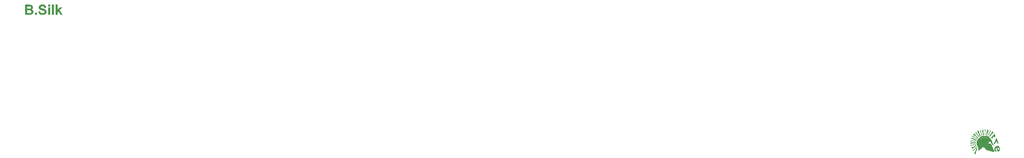
<source format=gbr>
%TF.GenerationSoftware,KiCad,Pcbnew,8.0.2-1*%
%TF.CreationDate,2024-10-12T13:21:55-07:00*%
%TF.ProjectId,TEE-CAN-SL,5445452d-4341-44e2-9d53-4c2e6b696361,R4*%
%TF.SameCoordinates,Original*%
%TF.FileFunction,Legend,Bot*%
%TF.FilePolarity,Positive*%
%FSLAX46Y46*%
G04 Gerber Fmt 4.6, Leading zero omitted, Abs format (unit mm)*
G04 Created by KiCad (PCBNEW 8.0.2-1) date 2024-10-12 13:21:55*
%MOMM*%
%LPD*%
G01*
G04 APERTURE LIST*
%ADD10C,0.300000*%
%ADD11C,0.000000*%
G04 APERTURE END LIST*
D10*
G36*
X15402408Y-113465743D02*
G01*
X15502513Y-113469326D01*
X15605922Y-113477468D01*
X15663947Y-113485590D01*
X15763760Y-113512039D01*
X15853883Y-113555778D01*
X15877853Y-113571450D01*
X15954284Y-113636698D01*
X16018555Y-113718666D01*
X16034684Y-113745156D01*
X16075494Y-113837486D01*
X16095499Y-113938663D01*
X16097715Y-113988343D01*
X16086827Y-114094428D01*
X16054164Y-114193812D01*
X16020292Y-114256346D01*
X15954478Y-114339329D01*
X15873169Y-114405144D01*
X15810356Y-114439481D01*
X15908733Y-114476275D01*
X16001925Y-114531431D01*
X16078154Y-114601611D01*
X16097715Y-114625595D01*
X16150844Y-114712302D01*
X16184296Y-114808024D01*
X16198070Y-114912761D01*
X16198464Y-114934790D01*
X16189321Y-115038711D01*
X16161893Y-115140538D01*
X16133448Y-115207260D01*
X16078057Y-115298804D01*
X16009404Y-115375413D01*
X15956269Y-115418188D01*
X15864748Y-115468857D01*
X15767856Y-115500344D01*
X15679333Y-115515463D01*
X15573878Y-115522031D01*
X15470863Y-115525234D01*
X15360335Y-115527374D01*
X15252554Y-115528731D01*
X15181046Y-115529360D01*
X14484239Y-115529360D01*
X14484239Y-115179963D01*
X14897162Y-115179963D01*
X15279810Y-115179963D01*
X15381273Y-115179188D01*
X15487457Y-115175589D01*
X15563198Y-115167556D01*
X15660571Y-115131310D01*
X15713081Y-115087155D01*
X15761565Y-114995731D01*
X15771148Y-114915435D01*
X15755402Y-114817380D01*
X15726481Y-114761581D01*
X15650757Y-114693164D01*
X15597443Y-114669269D01*
X15496210Y-114650310D01*
X15387835Y-114642847D01*
X15281885Y-114640245D01*
X15230676Y-114639987D01*
X14897162Y-114639987D01*
X14897162Y-115179963D01*
X14484239Y-115179963D01*
X14484239Y-114290591D01*
X14897162Y-114290591D01*
X15168142Y-114290591D01*
X15277328Y-114290157D01*
X15381707Y-114288393D01*
X15467908Y-114283643D01*
X15567868Y-114256346D01*
X15634666Y-114209694D01*
X15685636Y-114123556D01*
X15695711Y-114048892D01*
X15677164Y-113947919D01*
X15643103Y-113893550D01*
X15557995Y-113837328D01*
X15487760Y-113821090D01*
X15379466Y-113816103D01*
X15265914Y-113814576D01*
X15152408Y-113814148D01*
X15134394Y-113814142D01*
X14897162Y-113814142D01*
X14897162Y-114290591D01*
X14484239Y-114290591D01*
X14484239Y-113464745D01*
X15302144Y-113464745D01*
X15402408Y-113465743D01*
G37*
G36*
X16532475Y-115529360D02*
G01*
X16532475Y-115148200D01*
X16925049Y-115148200D01*
X16925049Y-115529360D01*
X16532475Y-115529360D01*
G37*
G36*
X17220845Y-114862330D02*
G01*
X17622849Y-114830567D01*
X17649117Y-114932874D01*
X17692117Y-115027210D01*
X17756211Y-115107468D01*
X17769754Y-115119414D01*
X17855333Y-115171971D01*
X17959210Y-115202712D01*
X18069521Y-115211727D01*
X18173974Y-115205170D01*
X18271799Y-115182507D01*
X18363855Y-115133943D01*
X18370279Y-115128844D01*
X18439490Y-115050568D01*
X18470635Y-114954894D01*
X18471525Y-114934294D01*
X18445474Y-114835652D01*
X18428843Y-114812700D01*
X18345678Y-114752466D01*
X18280449Y-114725351D01*
X18181179Y-114694980D01*
X18079940Y-114667229D01*
X17980952Y-114641193D01*
X17949416Y-114633039D01*
X17850492Y-114605621D01*
X17744547Y-114570353D01*
X17652526Y-114532502D01*
X17562766Y-114485079D01*
X17483388Y-114426578D01*
X17409903Y-114348298D01*
X17354466Y-114262847D01*
X17317079Y-114170223D01*
X17297741Y-114070427D01*
X17294794Y-114010181D01*
X17305233Y-113904081D01*
X17336549Y-113802791D01*
X17383136Y-113714881D01*
X17446269Y-113635095D01*
X17524620Y-113568201D01*
X17618191Y-113514199D01*
X17638731Y-113504946D01*
X17738229Y-113470159D01*
X17835767Y-113448794D01*
X17941867Y-113436426D01*
X18041728Y-113432982D01*
X18157428Y-113437211D01*
X18263823Y-113449897D01*
X18360912Y-113471041D01*
X18465135Y-113507577D01*
X18555958Y-113556292D01*
X18621408Y-113606191D01*
X18697882Y-113687504D01*
X18756640Y-113779883D01*
X18797682Y-113883330D01*
X18818759Y-113980806D01*
X18826380Y-114068248D01*
X18412961Y-114068248D01*
X18384649Y-113966049D01*
X18329918Y-113877337D01*
X18299308Y-113849379D01*
X18206159Y-113803578D01*
X18099702Y-113784734D01*
X18037261Y-113782378D01*
X17932534Y-113789455D01*
X17834799Y-113813584D01*
X17755362Y-113854838D01*
X17695032Y-113938310D01*
X17689850Y-113979906D01*
X17724467Y-114074917D01*
X17751391Y-114101500D01*
X17841307Y-114151216D01*
X17936225Y-114185833D01*
X18042229Y-114217089D01*
X18131062Y-114239968D01*
X18238688Y-114267618D01*
X18335251Y-114295477D01*
X18433927Y-114328243D01*
X18528263Y-114366040D01*
X18577237Y-114389851D01*
X18661346Y-114443097D01*
X18739648Y-114514319D01*
X18803054Y-114598794D01*
X18849677Y-114697227D01*
X18875267Y-114799434D01*
X18884624Y-114901780D01*
X18884944Y-114925857D01*
X18875396Y-115034103D01*
X18846752Y-115137987D01*
X18799012Y-115237509D01*
X18787172Y-115256890D01*
X18725777Y-115337430D01*
X18651583Y-115405408D01*
X18564591Y-115460823D01*
X18510733Y-115486181D01*
X18415908Y-115518968D01*
X18310103Y-115542387D01*
X18208515Y-115555195D01*
X18098521Y-115560830D01*
X18065550Y-115561123D01*
X17948665Y-115556773D01*
X17840576Y-115543723D01*
X17741284Y-115521974D01*
X17633746Y-115484390D01*
X17538875Y-115434279D01*
X17469492Y-115382951D01*
X17397391Y-115310209D01*
X17337049Y-115225987D01*
X17288468Y-115130285D01*
X17251647Y-115023101D01*
X17229946Y-114925011D01*
X17220845Y-114862330D01*
G37*
G36*
X19218458Y-113814142D02*
G01*
X19218458Y-113464745D01*
X19611033Y-113464745D01*
X19611033Y-113814142D01*
X19218458Y-113814142D01*
G37*
G36*
X19218458Y-115529360D02*
G01*
X19218458Y-114036485D01*
X19611033Y-114036485D01*
X19611033Y-115529360D01*
X19218458Y-115529360D01*
G37*
G36*
X20008570Y-115529360D02*
G01*
X20008570Y-113464745D01*
X20401145Y-113464745D01*
X20401145Y-115529360D01*
X20008570Y-115529360D01*
G37*
G36*
X20784786Y-115529360D02*
G01*
X20784786Y-113464745D01*
X21177360Y-113464745D01*
X21177360Y-114562068D01*
X21636439Y-114036485D01*
X22119340Y-114036485D01*
X21612617Y-114582416D01*
X22155570Y-115529360D01*
X21732722Y-115529360D01*
X21359999Y-114855878D01*
X21177360Y-115051421D01*
X21177360Y-115529360D01*
X20784786Y-115529360D01*
G37*
D11*
%TO.C,G\u002A\u002A\u002A*%
G36*
X213844958Y-140193833D02*
G01*
X213859246Y-140211585D01*
X213880615Y-140240890D01*
X213906007Y-140277633D01*
X213962634Y-140361533D01*
X213945320Y-140469975D01*
X213942012Y-140491468D01*
X213935865Y-140542978D01*
X213934271Y-140588810D01*
X213937205Y-140637847D01*
X213944640Y-140698974D01*
X213961274Y-140819530D01*
X213891761Y-140884662D01*
X213859365Y-140914459D01*
X213830814Y-140937207D01*
X213810457Y-140945456D01*
X213796150Y-140937849D01*
X213785745Y-140913026D01*
X213777099Y-140869628D01*
X213768065Y-140806295D01*
X213760511Y-140754677D01*
X213752386Y-140709463D01*
X213745247Y-140680972D01*
X213739583Y-140671521D01*
X213730551Y-140677649D01*
X213711253Y-140696420D01*
X213687347Y-140723117D01*
X213676065Y-140735586D01*
X213647494Y-140764932D01*
X213607704Y-140804308D01*
X213559471Y-140851010D01*
X213505564Y-140902336D01*
X213448760Y-140955584D01*
X213405439Y-140995711D01*
X213355090Y-141041928D01*
X213311532Y-141081443D01*
X213276981Y-141112266D01*
X213253648Y-141132407D01*
X213243748Y-141139875D01*
X213234852Y-141132529D01*
X213216478Y-141110813D01*
X213191395Y-141078107D01*
X213162308Y-141037804D01*
X213089455Y-140934090D01*
X213114793Y-140907369D01*
X213126933Y-140894795D01*
X213154796Y-140866372D01*
X213193994Y-140826646D01*
X213242336Y-140777818D01*
X213297630Y-140722093D01*
X213357684Y-140661673D01*
X213420309Y-140598760D01*
X213483313Y-140535557D01*
X213544503Y-140474265D01*
X213601689Y-140417088D01*
X213652681Y-140366229D01*
X213695286Y-140323888D01*
X213736896Y-140283168D01*
X213776689Y-140245313D01*
X213809048Y-140215695D01*
X213831422Y-140196645D01*
X213841258Y-140190499D01*
X213844958Y-140193833D01*
G37*
G36*
X210019121Y-139822083D02*
G01*
X210053874Y-139836426D01*
X210087505Y-139858932D01*
X210104347Y-139875538D01*
X210119272Y-139902126D01*
X210128950Y-139941303D01*
X210131815Y-139955847D01*
X210136221Y-139972148D01*
X210142861Y-139989677D01*
X210152795Y-140010031D01*
X210167086Y-140034802D01*
X210186796Y-140065585D01*
X210212984Y-140103973D01*
X210246714Y-140151558D01*
X210289048Y-140209938D01*
X210341045Y-140280703D01*
X210403768Y-140365449D01*
X210478278Y-140465769D01*
X210712846Y-140781315D01*
X210690802Y-140812797D01*
X210686147Y-140819393D01*
X210675354Y-140833234D01*
X210664761Y-140842242D01*
X210653067Y-140845183D01*
X210638973Y-140840818D01*
X210621178Y-140827909D01*
X210598382Y-140805221D01*
X210569284Y-140771516D01*
X210532585Y-140725558D01*
X210486982Y-140666109D01*
X210431177Y-140591932D01*
X210363870Y-140501790D01*
X210297272Y-140412479D01*
X210235536Y-140329741D01*
X210184443Y-140261453D01*
X210142827Y-140206195D01*
X210109530Y-140162550D01*
X210083389Y-140129101D01*
X210063245Y-140104429D01*
X210047937Y-140087119D01*
X210036305Y-140075749D01*
X210027187Y-140068904D01*
X210019424Y-140065165D01*
X210011853Y-140063116D01*
X210003318Y-140061337D01*
X209968232Y-140049282D01*
X209934511Y-140022688D01*
X209907916Y-139979245D01*
X209904183Y-139970722D01*
X209894185Y-139933455D01*
X209897520Y-139908223D01*
X209911759Y-139897304D01*
X209934464Y-139902971D01*
X209963208Y-139927503D01*
X209969940Y-139934620D01*
X209991140Y-139952157D01*
X210006411Y-139957990D01*
X210016176Y-139954124D01*
X210023538Y-139938108D01*
X210016106Y-139914734D01*
X209994659Y-139888596D01*
X209983338Y-139877880D01*
X209964893Y-139856427D01*
X209961076Y-139840478D01*
X209969899Y-139824918D01*
X209970034Y-139824762D01*
X209989191Y-139817621D01*
X210019121Y-139822083D01*
G37*
G36*
X212418693Y-139279399D02*
G01*
X212429652Y-139288897D01*
X212434576Y-139298434D01*
X212434696Y-139316069D01*
X212426557Y-139343486D01*
X212409195Y-139385228D01*
X212393244Y-139422984D01*
X212381634Y-139458801D01*
X212380284Y-139483894D01*
X212389161Y-139502832D01*
X212408233Y-139520173D01*
X212425487Y-139531243D01*
X212450228Y-139537418D01*
X212473199Y-139527630D01*
X212497073Y-139500362D01*
X212524523Y-139454099D01*
X212531130Y-139441925D01*
X212550635Y-139407996D01*
X212566092Y-139383997D01*
X212574624Y-139374498D01*
X212579574Y-139374129D01*
X212598866Y-139384390D01*
X212613066Y-139411673D01*
X212621420Y-139452702D01*
X212623187Y-139504198D01*
X212617616Y-139562887D01*
X212606334Y-139635644D01*
X212532994Y-139689380D01*
X212459654Y-139743117D01*
X212434032Y-139842921D01*
X212426418Y-139873141D01*
X212414386Y-139923299D01*
X212401494Y-139980164D01*
X212387125Y-140046609D01*
X212370663Y-140125510D01*
X212351490Y-140219740D01*
X212328988Y-140332172D01*
X212321805Y-140367360D01*
X212309011Y-140423679D01*
X212297739Y-140462848D01*
X212287128Y-140487614D01*
X212276322Y-140500721D01*
X212263661Y-140507804D01*
X212225443Y-140515105D01*
X212182602Y-140509341D01*
X212143385Y-140491109D01*
X212111560Y-140468825D01*
X212143729Y-140324259D01*
X212145031Y-140318386D01*
X212157619Y-140260110D01*
X212172868Y-140187465D01*
X212189551Y-140106405D01*
X212206441Y-140022890D01*
X212222309Y-139942877D01*
X212268720Y-139706062D01*
X212247029Y-139578398D01*
X212240160Y-139537319D01*
X212233936Y-139495204D01*
X212231550Y-139465961D01*
X212233021Y-139444812D01*
X212238364Y-139426974D01*
X212247594Y-139407669D01*
X212258212Y-139390820D01*
X212287049Y-139357417D01*
X212320722Y-139328443D01*
X212350995Y-139307346D01*
X212382984Y-139287309D01*
X212404344Y-139278432D01*
X212418693Y-139279399D01*
G37*
G36*
X210084388Y-142824099D02*
G01*
X210110425Y-142837203D01*
X210133667Y-142855849D01*
X210145269Y-142874097D01*
X210145248Y-142874616D01*
X210137990Y-142887478D01*
X210119843Y-142912984D01*
X210093342Y-142947699D01*
X210061023Y-142988190D01*
X210018546Y-143040586D01*
X209962882Y-143109632D01*
X209896678Y-143192049D01*
X209821339Y-143286088D01*
X209738270Y-143389994D01*
X209648878Y-143502018D01*
X209641331Y-143511710D01*
X209616601Y-143547091D01*
X209599131Y-143577767D01*
X209592310Y-143597988D01*
X209591722Y-143618556D01*
X209590736Y-143651625D01*
X209590601Y-143653689D01*
X209580600Y-143680325D01*
X209559512Y-143706082D01*
X209540614Y-143719951D01*
X209510236Y-143734526D01*
X209482872Y-143740362D01*
X209465510Y-143735290D01*
X209464822Y-143734172D01*
X209465436Y-143718058D01*
X209473674Y-143693023D01*
X209473723Y-143692914D01*
X209485209Y-143654935D01*
X209483046Y-143631664D01*
X209470313Y-143624771D01*
X209450090Y-143635931D01*
X209425457Y-143666821D01*
X209421502Y-143673088D01*
X209406373Y-143693850D01*
X209394993Y-143699581D01*
X209382095Y-143693519D01*
X209373701Y-143685621D01*
X209365926Y-143665829D01*
X209364072Y-143631769D01*
X209364312Y-143623502D01*
X209373683Y-143579619D01*
X209398482Y-143548592D01*
X209441323Y-143526875D01*
X209443598Y-143526071D01*
X209460771Y-143518647D01*
X209478466Y-143507822D01*
X209498254Y-143491899D01*
X209521704Y-143469179D01*
X209550388Y-143437963D01*
X209585875Y-143396553D01*
X209629735Y-143343249D01*
X209683539Y-143276352D01*
X209748853Y-143194165D01*
X209792429Y-143139173D01*
X209855272Y-143060025D01*
X209906880Y-142995359D01*
X209948518Y-142943695D01*
X209981453Y-142903551D01*
X210006950Y-142873445D01*
X210026276Y-142851898D01*
X210040697Y-142837426D01*
X210051479Y-142828549D01*
X210059886Y-142823785D01*
X210067185Y-142821652D01*
X210084388Y-142824099D01*
G37*
G36*
X211948084Y-139269795D02*
G01*
X211975885Y-139300790D01*
X211981463Y-139308872D01*
X212003667Y-139357381D01*
X212004883Y-139403189D01*
X211985072Y-139445649D01*
X211968928Y-139474993D01*
X211958700Y-139509199D01*
X211957051Y-139530986D01*
X211955380Y-139571583D01*
X211953764Y-139627700D01*
X211952239Y-139696338D01*
X211950838Y-139774501D01*
X211949599Y-139859190D01*
X211948556Y-139947407D01*
X211947745Y-140036155D01*
X211947201Y-140122434D01*
X211946958Y-140203248D01*
X211947054Y-140275599D01*
X211947523Y-140336489D01*
X211948399Y-140382917D01*
X211948521Y-140399580D01*
X211944348Y-140440951D01*
X211933764Y-140464915D01*
X211912074Y-140476871D01*
X211879145Y-140479338D01*
X211847072Y-140469540D01*
X211845763Y-140468764D01*
X211837258Y-140461097D01*
X211831381Y-140448170D01*
X211827799Y-140426753D01*
X211826180Y-140393612D01*
X211826192Y-140345515D01*
X211827503Y-140279229D01*
X211828049Y-140253737D01*
X211829085Y-140186448D01*
X211829865Y-140108951D01*
X211830318Y-140028935D01*
X211830380Y-139954092D01*
X211830358Y-139919618D01*
X211830632Y-139842303D01*
X211831280Y-139764010D01*
X211832232Y-139692212D01*
X211833415Y-139634384D01*
X211836879Y-139503139D01*
X211803372Y-139458577D01*
X211789602Y-139439715D01*
X211777114Y-139417393D01*
X211773861Y-139396305D01*
X211777150Y-139367037D01*
X211779064Y-139356739D01*
X211789410Y-139322186D01*
X211802457Y-139296874D01*
X211814109Y-139283022D01*
X211824625Y-139279821D01*
X211838952Y-139291420D01*
X211840972Y-139293550D01*
X211854986Y-139317848D01*
X211864517Y-139349369D01*
X211869315Y-139370709D01*
X211877984Y-139384601D01*
X211892727Y-139385863D01*
X211904166Y-139381595D01*
X211909510Y-139368379D01*
X211906549Y-139340766D01*
X211906112Y-139338228D01*
X211902944Y-139294146D01*
X211909975Y-139267417D01*
X211925568Y-139258984D01*
X211948084Y-139269795D01*
G37*
G36*
X209971166Y-142292533D02*
G01*
X209984446Y-142296736D01*
X209989974Y-142299507D01*
X210011234Y-142320548D01*
X210021576Y-142348510D01*
X210019569Y-142376051D01*
X210003778Y-142395825D01*
X210001459Y-142396844D01*
X209980695Y-142402944D01*
X209941998Y-142412618D01*
X209887755Y-142425327D01*
X209820360Y-142440528D01*
X209742199Y-142457679D01*
X209655662Y-142476240D01*
X209563139Y-142495668D01*
X209535777Y-142501372D01*
X209444807Y-142520593D01*
X209360555Y-142538784D01*
X209285404Y-142555402D01*
X209221736Y-142569909D01*
X209171932Y-142581765D01*
X209138378Y-142590428D01*
X209123455Y-142595359D01*
X209105955Y-142609664D01*
X209086010Y-142633981D01*
X209067424Y-142651449D01*
X209036712Y-142664117D01*
X209001296Y-142669523D01*
X208967310Y-142667439D01*
X208940884Y-142657636D01*
X208928150Y-142639884D01*
X208927139Y-142630220D01*
X208931351Y-142619019D01*
X208946596Y-142608721D01*
X208977429Y-142595198D01*
X208997214Y-142582035D01*
X209001397Y-142561328D01*
X208999508Y-142553194D01*
X208992761Y-142545352D01*
X208976978Y-142545951D01*
X208946541Y-142554267D01*
X208942731Y-142555385D01*
X208904002Y-142562089D01*
X208882015Y-142556231D01*
X208877196Y-142539107D01*
X208889971Y-142512008D01*
X208920768Y-142476227D01*
X208924752Y-142472424D01*
X208955429Y-142453437D01*
X208992498Y-142449426D01*
X209041065Y-142459691D01*
X209050118Y-142462376D01*
X209064980Y-142465849D01*
X209081130Y-142467494D01*
X209101385Y-142466957D01*
X209128560Y-142463880D01*
X209165473Y-142457909D01*
X209214942Y-142448687D01*
X209279782Y-142435860D01*
X209362809Y-142419071D01*
X209406605Y-142410099D01*
X209494177Y-142391732D01*
X209582303Y-142372759D01*
X209665583Y-142354365D01*
X209738619Y-142337734D01*
X209796013Y-142324050D01*
X209849715Y-142310948D01*
X209897560Y-142300011D01*
X209931339Y-142293647D01*
X209954668Y-142291327D01*
X209971166Y-142292533D01*
G37*
G36*
X209377116Y-140556171D02*
G01*
X209403952Y-140568443D01*
X209433085Y-140592882D01*
X209466831Y-140632759D01*
X209469263Y-140635918D01*
X209479580Y-140648991D01*
X209490266Y-140661400D01*
X209502679Y-140674089D01*
X209518176Y-140688006D01*
X209538114Y-140704094D01*
X209563851Y-140723299D01*
X209596744Y-140746569D01*
X209638152Y-140774847D01*
X209689431Y-140809081D01*
X209751940Y-140850215D01*
X209827034Y-140899195D01*
X209916073Y-140956963D01*
X210020414Y-141024473D01*
X210141415Y-141102668D01*
X210174799Y-141124427D01*
X210224959Y-141158625D01*
X210259455Y-141185390D01*
X210280170Y-141206912D01*
X210288987Y-141225378D01*
X210287792Y-141242978D01*
X210278465Y-141261899D01*
X210265659Y-141276422D01*
X210245022Y-141287707D01*
X210242879Y-141287408D01*
X210224818Y-141279120D01*
X210191406Y-141260516D01*
X210144578Y-141232779D01*
X210086271Y-141197089D01*
X210018422Y-141154626D01*
X209942965Y-141106570D01*
X209861839Y-141054102D01*
X209845776Y-141043637D01*
X209748343Y-140980191D01*
X209666976Y-140927371D01*
X209600016Y-140884237D01*
X209545805Y-140849856D01*
X209502684Y-140823290D01*
X209469003Y-140803601D01*
X209443097Y-140789855D01*
X209423312Y-140781115D01*
X209407989Y-140776444D01*
X209395472Y-140774906D01*
X209384102Y-140775565D01*
X209372222Y-140777482D01*
X209354151Y-140779624D01*
X209326443Y-140774774D01*
X209297742Y-140755528D01*
X209290330Y-140749219D01*
X209255492Y-140714543D01*
X209239860Y-140687282D01*
X209242955Y-140666659D01*
X209251229Y-140659585D01*
X209268935Y-140659001D01*
X209299827Y-140668291D01*
X209305822Y-140670373D01*
X209341254Y-140677636D01*
X209360794Y-140672856D01*
X209363564Y-140659015D01*
X209348679Y-140639096D01*
X209315260Y-140616081D01*
X209287975Y-140596599D01*
X209276085Y-140576564D01*
X209281322Y-140560308D01*
X209301419Y-140550026D01*
X209334106Y-140547915D01*
X209377116Y-140556171D01*
G37*
G36*
X208997123Y-141485930D02*
G01*
X209043920Y-141510785D01*
X209058784Y-141520494D01*
X209107468Y-141544196D01*
X209158857Y-141560296D01*
X209181165Y-141564761D01*
X209225302Y-141573011D01*
X209284522Y-141583720D01*
X209355465Y-141596305D01*
X209434767Y-141610186D01*
X209519067Y-141624782D01*
X209605003Y-141639509D01*
X209689213Y-141653788D01*
X209768336Y-141667035D01*
X209839011Y-141678672D01*
X209897873Y-141688114D01*
X209898645Y-141688235D01*
X209953335Y-141697867D01*
X209990737Y-141707237D01*
X210014902Y-141717641D01*
X210029881Y-141730378D01*
X210039987Y-141744062D01*
X210044606Y-141761833D01*
X210036861Y-141785864D01*
X210022258Y-141808491D01*
X210005416Y-141819966D01*
X209990236Y-141819665D01*
X209957935Y-141816126D01*
X209914067Y-141809860D01*
X209863602Y-141801515D01*
X209815781Y-141793097D01*
X209750447Y-141781590D01*
X209675565Y-141768398D01*
X209597071Y-141754566D01*
X209520896Y-141741140D01*
X209520598Y-141741087D01*
X209414411Y-141722394D01*
X209327235Y-141707204D01*
X209256969Y-141695293D01*
X209201513Y-141686438D01*
X209158766Y-141680416D01*
X209126626Y-141677005D01*
X209102994Y-141675982D01*
X209085768Y-141677122D01*
X209072847Y-141680203D01*
X209062131Y-141685001D01*
X209051519Y-141691296D01*
X209030965Y-141702395D01*
X208997129Y-141710712D01*
X208961385Y-141704054D01*
X208917462Y-141681988D01*
X208902059Y-141672163D01*
X208879103Y-141651674D01*
X208876968Y-141636285D01*
X208895619Y-141626113D01*
X208935021Y-141621281D01*
X208958323Y-141620032D01*
X208977841Y-141616628D01*
X208984429Y-141608732D01*
X208983149Y-141593416D01*
X208982209Y-141588789D01*
X208975211Y-141575280D01*
X208958799Y-141569097D01*
X208926994Y-141567478D01*
X208925148Y-141567461D01*
X208887816Y-141562769D01*
X208869136Y-141550852D01*
X208869962Y-141533057D01*
X208891141Y-141510731D01*
X208908452Y-141498859D01*
X208952777Y-141481955D01*
X208997123Y-141485930D01*
G37*
G36*
X209104086Y-141888116D02*
G01*
X209113822Y-141896062D01*
X209147278Y-141923350D01*
X209176224Y-141946942D01*
X209200533Y-141962184D01*
X209232894Y-141971186D01*
X209279096Y-141974661D01*
X209336212Y-141975708D01*
X209428002Y-141976379D01*
X209527708Y-141976190D01*
X209627991Y-141975192D01*
X209721514Y-141973436D01*
X209800941Y-141970976D01*
X209850608Y-141969025D01*
X209897775Y-141967656D01*
X209930136Y-141968054D01*
X209951404Y-141970770D01*
X209965296Y-141976352D01*
X209975524Y-141985350D01*
X209985804Y-141998313D01*
X210007527Y-142039395D01*
X210012054Y-142081813D01*
X209998012Y-142119432D01*
X209977981Y-142148039D01*
X209799261Y-142149965D01*
X209743569Y-142150601D01*
X209625460Y-142152219D01*
X209519149Y-142154053D01*
X209426246Y-142156061D01*
X209348356Y-142158203D01*
X209287087Y-142160435D01*
X209244047Y-142162717D01*
X209220844Y-142165006D01*
X209218907Y-142165399D01*
X209192920Y-142174290D01*
X209156545Y-142190570D01*
X209117018Y-142211033D01*
X209107377Y-142216324D01*
X209057711Y-142240106D01*
X209016805Y-142250471D01*
X208978600Y-142247066D01*
X208937031Y-142229534D01*
X208886039Y-142197522D01*
X208866710Y-142183814D01*
X208826211Y-142149717D01*
X208804218Y-142121837D01*
X208800591Y-142101323D01*
X208815190Y-142089319D01*
X208847873Y-142086972D01*
X208898505Y-142095427D01*
X208933127Y-142102556D01*
X208968373Y-142107374D01*
X208991129Y-142107599D01*
X209007618Y-142098880D01*
X209022248Y-142075461D01*
X209028077Y-142045677D01*
X209023858Y-142017446D01*
X209008338Y-141998685D01*
X208994614Y-141993636D01*
X208964854Y-141985377D01*
X208927747Y-141976689D01*
X208903372Y-141971120D01*
X208864693Y-141959316D01*
X208844686Y-141946744D01*
X208841490Y-141931810D01*
X208853240Y-141912921D01*
X208867133Y-141900509D01*
X208888065Y-141890362D01*
X208920392Y-141881433D01*
X208969077Y-141871969D01*
X209063838Y-141855260D01*
X209104086Y-141888116D01*
G37*
G36*
X212927217Y-139448990D02*
G01*
X212934324Y-139468972D01*
X212930508Y-139506324D01*
X212927238Y-139522889D01*
X212924846Y-139552261D01*
X212931723Y-139567521D01*
X212949054Y-139572910D01*
X212963056Y-139570307D01*
X212973842Y-139555780D01*
X212983467Y-139524563D01*
X212989828Y-139503597D01*
X213004929Y-139477795D01*
X213022824Y-139472133D01*
X213042493Y-139487254D01*
X213048085Y-139495351D01*
X213061976Y-139537880D01*
X213060222Y-139592524D01*
X213058478Y-139600743D01*
X213042636Y-139631394D01*
X213009824Y-139661738D01*
X212994695Y-139673740D01*
X212967853Y-139698232D01*
X212950916Y-139718028D01*
X212944971Y-139728447D01*
X212928105Y-139761301D01*
X212903373Y-139811946D01*
X212871312Y-139879240D01*
X212832463Y-139962041D01*
X212787363Y-140059204D01*
X212736549Y-140169590D01*
X212680560Y-140292054D01*
X212651809Y-140354765D01*
X212618372Y-140426246D01*
X212591706Y-140481022D01*
X212570870Y-140520858D01*
X212554935Y-140547518D01*
X212542963Y-140562765D01*
X212534013Y-140568366D01*
X212516618Y-140567338D01*
X212488681Y-140556400D01*
X212464234Y-140539080D01*
X212452075Y-140520517D01*
X212452040Y-140519858D01*
X212456573Y-140504035D01*
X212468827Y-140472448D01*
X212487448Y-140428316D01*
X212511082Y-140374863D01*
X212538373Y-140315311D01*
X212563197Y-140262023D01*
X212587396Y-140210022D01*
X212608150Y-140165314D01*
X212627221Y-140124068D01*
X212646369Y-140082456D01*
X212667356Y-140036647D01*
X212691944Y-139982811D01*
X212721896Y-139917119D01*
X212758971Y-139835742D01*
X212783219Y-139782232D01*
X212804120Y-139734573D01*
X212818007Y-139699507D01*
X212825970Y-139673343D01*
X212829102Y-139652383D01*
X212828492Y-139632934D01*
X212825230Y-139611302D01*
X212820889Y-139581746D01*
X212821932Y-139556679D01*
X212831748Y-139533126D01*
X212852630Y-139501941D01*
X212858241Y-139494285D01*
X212887389Y-139461547D01*
X212910976Y-139446482D01*
X212927217Y-139448990D01*
G37*
G36*
X210940491Y-139384254D02*
G01*
X210964880Y-139398514D01*
X210992352Y-139420729D01*
X211016884Y-139445869D01*
X211032453Y-139468904D01*
X211038457Y-139495573D01*
X211036084Y-139530666D01*
X211035261Y-139534528D01*
X211032634Y-139574975D01*
X211036330Y-139630393D01*
X211045698Y-139696100D01*
X211060091Y-139767414D01*
X211078862Y-139839655D01*
X211089434Y-139876119D01*
X211106035Y-139933766D01*
X211125491Y-140001629D01*
X211146182Y-140074051D01*
X211166486Y-140145378D01*
X211184099Y-140206969D01*
X211204410Y-140277118D01*
X211223571Y-140342452D01*
X211240035Y-140397693D01*
X211252252Y-140437567D01*
X211264215Y-140477266D01*
X211272306Y-140510744D01*
X211274019Y-140532201D01*
X211270073Y-140546018D01*
X211262211Y-140554420D01*
X211236766Y-140566875D01*
X211205876Y-140573040D01*
X211179855Y-140570150D01*
X211172952Y-140565271D01*
X211163959Y-140551913D01*
X211153883Y-140528125D01*
X211141791Y-140491292D01*
X211126752Y-140438796D01*
X211107833Y-140368020D01*
X211106595Y-140363306D01*
X211090399Y-140302619D01*
X211070840Y-140230709D01*
X211050270Y-140156173D01*
X211031045Y-140087605D01*
X211027875Y-140076409D01*
X211009159Y-140010211D01*
X210990106Y-139942656D01*
X210972782Y-139881073D01*
X210959250Y-139832790D01*
X210945745Y-139784857D01*
X210929566Y-139730003D01*
X210916270Y-139690179D01*
X210904354Y-139661991D01*
X210892306Y-139642046D01*
X210878621Y-139626947D01*
X210861792Y-139613302D01*
X210846516Y-139601348D01*
X210829940Y-139583199D01*
X210820796Y-139560184D01*
X210814730Y-139524033D01*
X210812773Y-139505111D01*
X210813773Y-139463965D01*
X210822825Y-139439804D01*
X210838244Y-139433734D01*
X210858346Y-139446859D01*
X210881448Y-139480282D01*
X210897969Y-139501778D01*
X210922329Y-139511459D01*
X210935150Y-139510297D01*
X210942669Y-139504152D01*
X210939434Y-139488464D01*
X210925746Y-139458559D01*
X210922912Y-139452469D01*
X210912645Y-139418498D01*
X210914417Y-139393422D01*
X210928089Y-139381759D01*
X210940491Y-139384254D01*
G37*
G36*
X209995979Y-142539323D02*
G01*
X210010302Y-142545713D01*
X210015182Y-142548365D01*
X210042743Y-142569630D01*
X210067818Y-142597094D01*
X210074412Y-142606433D01*
X210088168Y-142633494D01*
X210088601Y-142657314D01*
X210074155Y-142680905D01*
X210043276Y-142707289D01*
X209994409Y-142739482D01*
X209972708Y-142752962D01*
X209899923Y-142798960D01*
X209825233Y-142847220D01*
X209751147Y-142896030D01*
X209680168Y-142943681D01*
X209614802Y-142988459D01*
X209557558Y-143028655D01*
X209510940Y-143062557D01*
X209477455Y-143088453D01*
X209459608Y-143104634D01*
X209449684Y-143118632D01*
X209432210Y-143147259D01*
X209412913Y-143181829D01*
X209396533Y-143209517D01*
X209372287Y-143243375D01*
X209350846Y-143266262D01*
X209349630Y-143267237D01*
X209305712Y-143290646D01*
X209251757Y-143298010D01*
X209185295Y-143289675D01*
X209153847Y-143281428D01*
X209116908Y-143265089D01*
X209101115Y-143246794D01*
X209106514Y-143227594D01*
X209133150Y-143208537D01*
X209181068Y-143190671D01*
X209202053Y-143184461D01*
X209236589Y-143172344D01*
X209256448Y-143160294D01*
X209265946Y-143145010D01*
X209269401Y-143123197D01*
X209269642Y-143117294D01*
X209263557Y-143093314D01*
X209241681Y-143072646D01*
X209237026Y-143069432D01*
X209220691Y-143060355D01*
X209203990Y-143058073D01*
X209180306Y-143062701D01*
X209143023Y-143074354D01*
X209107229Y-143084972D01*
X209075644Y-143092147D01*
X209057223Y-143093658D01*
X209043822Y-143087867D01*
X209036635Y-143070034D01*
X209044839Y-143043381D01*
X209067176Y-143010112D01*
X209102387Y-142972429D01*
X209149215Y-142932535D01*
X209198397Y-142894613D01*
X209259420Y-142907172D01*
X209264545Y-142908225D01*
X209307567Y-142916373D01*
X209340480Y-142919464D01*
X209368912Y-142916187D01*
X209398493Y-142905235D01*
X209434851Y-142885300D01*
X209483616Y-142855073D01*
X209602224Y-142779565D01*
X209747528Y-142685208D01*
X209887849Y-142592174D01*
X209912590Y-142575614D01*
X209945907Y-142554017D01*
X209968058Y-142541850D01*
X209983324Y-142537493D01*
X209995979Y-142539323D01*
G37*
G36*
X209700800Y-140120872D02*
G01*
X209736108Y-140136871D01*
X209785199Y-140165724D01*
X209808356Y-140180646D01*
X209849488Y-140211806D01*
X209875354Y-140241559D01*
X209889241Y-140274390D01*
X209894439Y-140314788D01*
X209895491Y-140329823D01*
X209901471Y-140370757D01*
X209910231Y-140403996D01*
X209911159Y-140406157D01*
X209927260Y-140429208D01*
X209960019Y-140465698D01*
X210009439Y-140515629D01*
X210075527Y-140579007D01*
X210158286Y-140655837D01*
X210257723Y-140746127D01*
X210373841Y-140849873D01*
X210413093Y-140885890D01*
X210449730Y-140922502D01*
X210474234Y-140950859D01*
X210484258Y-140968441D01*
X210484186Y-140977967D01*
X210475969Y-141005871D01*
X210459640Y-141036788D01*
X210456464Y-141041484D01*
X210429822Y-141071702D01*
X210404630Y-141085368D01*
X210397676Y-141086167D01*
X210388053Y-141085028D01*
X210376182Y-141079975D01*
X210360148Y-141069475D01*
X210338039Y-141051991D01*
X210307939Y-141025985D01*
X210267935Y-140989925D01*
X210216113Y-140942272D01*
X210150559Y-140881491D01*
X210126890Y-140859587D01*
X210054807Y-140793848D01*
X209985384Y-140731895D01*
X209920768Y-140675566D01*
X209863108Y-140626688D01*
X209814549Y-140587091D01*
X209777240Y-140558604D01*
X209753330Y-140543057D01*
X209733420Y-140534161D01*
X209693079Y-140519653D01*
X209650744Y-140507483D01*
X209633212Y-140502715D01*
X209580548Y-140479296D01*
X209541332Y-140443121D01*
X209510553Y-140389984D01*
X209504869Y-140376242D01*
X209492213Y-140332842D01*
X209486626Y-140290893D01*
X209487732Y-140254266D01*
X209495159Y-140226829D01*
X209508530Y-140212456D01*
X209527473Y-140215016D01*
X209528995Y-140216011D01*
X209544755Y-140231417D01*
X209567511Y-140258586D01*
X209592886Y-140292343D01*
X209607580Y-140312293D01*
X209635680Y-140344420D01*
X209659366Y-140359666D01*
X209682140Y-140359670D01*
X209707501Y-140346076D01*
X209711680Y-140342914D01*
X209728609Y-140321299D01*
X209730519Y-140293737D01*
X209717017Y-140257527D01*
X209687710Y-140209967D01*
X209667583Y-140179814D01*
X209654765Y-140156455D01*
X209651619Y-140141230D01*
X209656290Y-140129389D01*
X209660454Y-140124313D01*
X209676505Y-140116946D01*
X209700800Y-140120872D01*
G37*
G36*
X213503413Y-139655086D02*
G01*
X213520072Y-139673472D01*
X213520780Y-139675867D01*
X213519825Y-139691842D01*
X213506513Y-139709993D01*
X213477809Y-139734716D01*
X213457181Y-139751629D01*
X213427354Y-139778263D01*
X213406727Y-139799355D01*
X213406231Y-139799947D01*
X213393435Y-139818738D01*
X213392653Y-139836301D01*
X213403361Y-139862465D01*
X213408854Y-139872827D01*
X213430306Y-139896895D01*
X213457142Y-139902833D01*
X213491334Y-139890612D01*
X213534850Y-139860196D01*
X213566923Y-139835930D01*
X213601128Y-139816562D01*
X213625093Y-139813154D01*
X213640514Y-139825143D01*
X213642486Y-139831228D01*
X213640379Y-139857035D01*
X213629768Y-139893395D01*
X213612765Y-139934876D01*
X213591486Y-139976041D01*
X213568044Y-140011459D01*
X213561233Y-140020131D01*
X213543573Y-140039621D01*
X213525007Y-140051766D01*
X213498763Y-140060042D01*
X213458071Y-140067925D01*
X213434497Y-140072523D01*
X213384460Y-140087080D01*
X213350697Y-140105911D01*
X213348095Y-140108075D01*
X213333252Y-140122560D01*
X213312307Y-140145917D01*
X213284307Y-140179339D01*
X213248302Y-140224020D01*
X213203338Y-140281154D01*
X213148464Y-140351935D01*
X213082728Y-140437557D01*
X213005177Y-140539214D01*
X212991753Y-140556759D01*
X212944586Y-140616485D01*
X212908190Y-140658957D01*
X212881962Y-140684845D01*
X212865303Y-140694815D01*
X212863610Y-140695070D01*
X212837126Y-140690508D01*
X212805242Y-140674762D01*
X212774368Y-140652411D01*
X212750908Y-140628029D01*
X212741267Y-140606196D01*
X212743651Y-140597160D01*
X212758308Y-140570137D01*
X212785496Y-140529157D01*
X212824268Y-140475617D01*
X212873682Y-140410910D01*
X212908793Y-140365449D01*
X212962917Y-140294164D01*
X213018078Y-140220334D01*
X213069474Y-140150396D01*
X213112305Y-140090788D01*
X213128311Y-140068023D01*
X213165541Y-140013577D01*
X213192158Y-139971477D01*
X213210056Y-139938341D01*
X213221129Y-139910788D01*
X213227267Y-139885435D01*
X213227983Y-139881235D01*
X213240794Y-139814745D01*
X213254741Y-139765645D01*
X213272349Y-139730142D01*
X213296139Y-139704444D01*
X213328635Y-139684758D01*
X213372358Y-139667290D01*
X213425461Y-139652441D01*
X213471029Y-139648040D01*
X213503413Y-139655086D01*
G37*
G36*
X209202047Y-140949175D02*
G01*
X209244991Y-140956874D01*
X209283481Y-140968250D01*
X209311750Y-140985461D01*
X209335970Y-141012522D01*
X209362311Y-141053449D01*
X209365111Y-141058069D01*
X209389627Y-141094618D01*
X209413514Y-141124501D01*
X209431963Y-141141630D01*
X209436218Y-141143846D01*
X209459996Y-141153994D01*
X209500214Y-141169809D01*
X209554148Y-141190266D01*
X209619072Y-141214341D01*
X209692262Y-141241006D01*
X209770996Y-141269238D01*
X209844205Y-141295292D01*
X209928224Y-141325354D01*
X209995329Y-141349814D01*
X210047419Y-141369599D01*
X210086388Y-141385640D01*
X210114136Y-141398863D01*
X210132557Y-141410197D01*
X210143549Y-141420572D01*
X210149007Y-141430914D01*
X210150829Y-141442154D01*
X210150911Y-141455218D01*
X210145988Y-141492430D01*
X210134737Y-141527252D01*
X210133758Y-141529244D01*
X210117058Y-141552368D01*
X210099086Y-141563844D01*
X210083433Y-141561551D01*
X210051065Y-141552893D01*
X210005636Y-141538940D01*
X209950695Y-141520785D01*
X209889794Y-141499520D01*
X209828522Y-141477581D01*
X209719078Y-141438499D01*
X209626905Y-141405877D01*
X209550060Y-141379182D01*
X209486601Y-141357879D01*
X209434585Y-141341435D01*
X209392068Y-141329314D01*
X209357108Y-141320983D01*
X209327762Y-141315907D01*
X209302087Y-141313553D01*
X209278141Y-141313386D01*
X209253980Y-141314872D01*
X209227662Y-141317478D01*
X209184354Y-141320762D01*
X209133751Y-141317933D01*
X209093398Y-141303817D01*
X209057371Y-141275977D01*
X209019751Y-141231979D01*
X209015151Y-141225841D01*
X208988017Y-141183110D01*
X208972285Y-141145609D01*
X208969026Y-141116823D01*
X208979311Y-141100242D01*
X208982305Y-141099892D01*
X209001186Y-141105818D01*
X209031425Y-141120251D01*
X209068055Y-141140914D01*
X209102074Y-141160609D01*
X209138120Y-141177482D01*
X209163849Y-141182076D01*
X209183177Y-141174843D01*
X209200017Y-141156240D01*
X209208994Y-141140983D01*
X209213658Y-141116767D01*
X209203591Y-141092257D01*
X209177227Y-141064523D01*
X209133001Y-141030634D01*
X209119115Y-141020549D01*
X209088081Y-140995597D01*
X209067847Y-140975600D01*
X209062001Y-140963927D01*
X209074832Y-140952590D01*
X209105462Y-140945074D01*
X209149222Y-140943793D01*
X209202047Y-140949175D01*
G37*
G36*
X211337899Y-139275115D02*
G01*
X211347203Y-139294472D01*
X211350603Y-139329870D01*
X211348843Y-139383778D01*
X211347383Y-139413693D01*
X211348710Y-139454751D01*
X211356628Y-139480725D01*
X211372756Y-139495491D01*
X211398715Y-139502917D01*
X211413686Y-139504684D01*
X211440658Y-139501497D01*
X211458630Y-139485743D01*
X211469937Y-139454495D01*
X211476911Y-139404823D01*
X211477872Y-139395236D01*
X211486519Y-139343228D01*
X211499078Y-139312222D01*
X211515602Y-139302136D01*
X211536141Y-139312888D01*
X211541785Y-139319113D01*
X211560476Y-139349428D01*
X211579869Y-139392429D01*
X211597367Y-139441860D01*
X211610369Y-139491468D01*
X211613231Y-139506213D01*
X211615173Y-139529237D01*
X211610549Y-139549918D01*
X211597327Y-139574806D01*
X211573475Y-139610452D01*
X211556013Y-139636107D01*
X211539341Y-139664353D01*
X211531283Y-139688581D01*
X211529573Y-139716791D01*
X211531942Y-139756987D01*
X211532040Y-139758251D01*
X211535639Y-139790546D01*
X211542451Y-139840127D01*
X211551921Y-139903383D01*
X211563494Y-139976707D01*
X211576615Y-140056486D01*
X211590729Y-140139110D01*
X211643688Y-140443276D01*
X211622340Y-140473763D01*
X211607977Y-140489245D01*
X211571407Y-140508786D01*
X211529449Y-140514259D01*
X211490550Y-140503741D01*
X211485977Y-140501147D01*
X211478246Y-140495535D01*
X211471725Y-140487116D01*
X211465739Y-140473269D01*
X211459612Y-140451375D01*
X211452668Y-140418810D01*
X211444230Y-140372954D01*
X211433622Y-140311189D01*
X211420170Y-140230891D01*
X211411509Y-140178581D01*
X211400670Y-140111715D01*
X211391607Y-140054141D01*
X211384774Y-140008821D01*
X211380625Y-139978717D01*
X211379618Y-139966793D01*
X211379657Y-139964808D01*
X211376745Y-139946449D01*
X211369941Y-139912506D01*
X211360060Y-139866920D01*
X211347919Y-139813631D01*
X211334699Y-139757942D01*
X211323099Y-139713624D01*
X211312521Y-139681206D01*
X211301154Y-139655982D01*
X211287183Y-139633245D01*
X211268797Y-139608286D01*
X211257832Y-139593719D01*
X211226453Y-139545935D01*
X211209537Y-139505499D01*
X211205528Y-139467339D01*
X211212864Y-139426384D01*
X211225921Y-139389889D01*
X211246901Y-139347388D01*
X211270901Y-139309842D01*
X211294593Y-139282359D01*
X211314651Y-139270048D01*
X211321950Y-139269325D01*
X211337899Y-139275115D01*
G37*
G36*
X214235498Y-141027620D02*
G01*
X214250320Y-141045405D01*
X214266304Y-141077917D01*
X214285657Y-141126909D01*
X214310575Y-141194133D01*
X214346105Y-141291168D01*
X214381495Y-141389644D01*
X214414752Y-141483952D01*
X214444779Y-141570919D01*
X214470478Y-141647370D01*
X214490756Y-141710125D01*
X214504514Y-141756012D01*
X214513679Y-141787473D01*
X214528668Y-141835078D01*
X214542293Y-141874554D01*
X214545036Y-141882044D01*
X214561006Y-141929493D01*
X214576872Y-141982227D01*
X214591568Y-142035959D01*
X214604023Y-142086403D01*
X214613168Y-142129275D01*
X214617936Y-142160287D01*
X214617257Y-142175154D01*
X214603468Y-142184759D01*
X214575371Y-142198223D01*
X214539107Y-142212582D01*
X214499828Y-142225526D01*
X214471126Y-142231246D01*
X214455091Y-142228389D01*
X214452493Y-142225414D01*
X214442556Y-142205133D01*
X214428924Y-142169687D01*
X214413043Y-142123010D01*
X214396365Y-142069037D01*
X214376430Y-142002605D01*
X214352278Y-141924209D01*
X214327880Y-141846753D01*
X214306301Y-141780075D01*
X214303769Y-141772402D01*
X214285504Y-141717045D01*
X214268606Y-141665804D01*
X214254860Y-141624096D01*
X214246052Y-141597335D01*
X214231647Y-141553490D01*
X214196847Y-141671806D01*
X214176508Y-141736415D01*
X214136887Y-141839209D01*
X214088517Y-141936788D01*
X214027204Y-142038207D01*
X214026460Y-142039348D01*
X213997599Y-142080635D01*
X213962218Y-142126895D01*
X213923094Y-142174971D01*
X213883005Y-142221708D01*
X213844726Y-142263952D01*
X213811036Y-142298546D01*
X213784709Y-142322335D01*
X213768523Y-142332164D01*
X213760505Y-142333241D01*
X213751416Y-142332437D01*
X213749014Y-142325645D01*
X213740365Y-142302365D01*
X213726926Y-142266628D01*
X213710287Y-142222673D01*
X213690130Y-142169193D01*
X213674656Y-142124745D01*
X213666780Y-142093060D01*
X213666527Y-142070273D01*
X213673927Y-142052519D01*
X213689009Y-142035930D01*
X213711801Y-142016643D01*
X213739966Y-141991078D01*
X213793212Y-141931854D01*
X213847993Y-141858506D01*
X213901345Y-141775142D01*
X213950308Y-141685870D01*
X213979724Y-141624271D01*
X214033974Y-141483513D01*
X214069918Y-141341348D01*
X214089075Y-141192363D01*
X214095524Y-141104128D01*
X214148538Y-141065190D01*
X214175981Y-141045087D01*
X214200532Y-141029214D01*
X214219636Y-141022806D01*
X214235498Y-141027620D01*
G37*
G36*
X210534828Y-139546262D02*
G01*
X210564209Y-139564005D01*
X210597948Y-139597260D01*
X210634013Y-139644060D01*
X210670375Y-139702434D01*
X210675506Y-139711750D01*
X210683979Y-139731390D01*
X210686332Y-139751222D01*
X210682746Y-139778087D01*
X210673395Y-139818818D01*
X210672936Y-139820725D01*
X210664397Y-139863246D01*
X210659679Y-139901133D01*
X210659794Y-139926387D01*
X210664217Y-139941324D01*
X210678708Y-139977138D01*
X210702233Y-140029082D01*
X210734045Y-140095604D01*
X210773400Y-140175155D01*
X210819551Y-140266182D01*
X210871752Y-140367135D01*
X210879414Y-140381884D01*
X210907723Y-140437367D01*
X210933828Y-140489937D01*
X210955105Y-140534256D01*
X210968931Y-140564980D01*
X210979561Y-140591542D01*
X210986278Y-140615120D01*
X210985086Y-140631717D01*
X210976642Y-140648451D01*
X210957754Y-140671541D01*
X210931266Y-140694171D01*
X210922386Y-140700053D01*
X210900044Y-140712710D01*
X210883230Y-140715427D01*
X210862864Y-140710352D01*
X210854243Y-140705310D01*
X210834152Y-140682143D01*
X210813463Y-140645575D01*
X210802173Y-140622198D01*
X210781722Y-140581351D01*
X210764371Y-140548341D01*
X210752980Y-140527042D01*
X210733317Y-140489396D01*
X210709428Y-140443086D01*
X210684226Y-140393721D01*
X210640190Y-140307198D01*
X210591887Y-140212971D01*
X210552029Y-140136137D01*
X210520060Y-140075650D01*
X210495429Y-140030465D01*
X210477580Y-139999534D01*
X210465957Y-139981814D01*
X210462764Y-139977927D01*
X210440930Y-139956193D01*
X210408837Y-139928278D01*
X210372214Y-139899230D01*
X210346080Y-139878524D01*
X210306740Y-139839791D01*
X210283968Y-139801622D01*
X210275442Y-139759261D01*
X210278840Y-139707953D01*
X210279028Y-139706707D01*
X210289043Y-139657185D01*
X210302111Y-139615625D01*
X210316510Y-139586485D01*
X210330516Y-139574224D01*
X210333729Y-139573808D01*
X210349958Y-139578064D01*
X210364298Y-139595466D01*
X210378352Y-139628714D01*
X210393727Y-139680504D01*
X210404751Y-139718686D01*
X210418638Y-139752983D01*
X210434567Y-139771759D01*
X210455626Y-139778236D01*
X210484902Y-139775634D01*
X210492647Y-139773888D01*
X210515477Y-139760412D01*
X210526400Y-139734776D01*
X210525881Y-139694802D01*
X210514390Y-139638314D01*
X210512949Y-139632683D01*
X210503516Y-139592895D01*
X210500036Y-139568452D01*
X210502287Y-139554694D01*
X210510049Y-139546958D01*
X210511834Y-139546001D01*
X210534828Y-139546262D01*
G37*
G36*
X210211912Y-143084127D02*
G01*
X210250650Y-143101330D01*
X210278391Y-143126279D01*
X210281206Y-143130686D01*
X210286386Y-143145109D01*
X210285227Y-143164059D01*
X210276912Y-143192548D01*
X210260628Y-143235586D01*
X210246403Y-143272245D01*
X210226359Y-143324847D01*
X210202608Y-143387830D01*
X210177009Y-143456259D01*
X210151422Y-143525205D01*
X210150354Y-143528093D01*
X210125584Y-143595034D01*
X210101696Y-143659397D01*
X210080327Y-143716806D01*
X210063108Y-143762869D01*
X210051673Y-143793200D01*
X210046589Y-143806834D01*
X210030395Y-143852399D01*
X210012128Y-143906042D01*
X209994853Y-143958828D01*
X209980589Y-144005134D01*
X209971766Y-144041079D01*
X209968639Y-144070783D01*
X209970485Y-144101433D01*
X209976578Y-144140207D01*
X209982488Y-144194158D01*
X209976269Y-144256572D01*
X209952659Y-144307598D01*
X209910686Y-144349086D01*
X209849381Y-144382885D01*
X209847290Y-144383781D01*
X209813727Y-144397380D01*
X209793514Y-144402302D01*
X209780836Y-144398882D01*
X209769877Y-144387452D01*
X209768751Y-144385962D01*
X209763731Y-144373725D01*
X209766592Y-144357408D01*
X209778880Y-144332567D01*
X209802142Y-144294760D01*
X209808879Y-144284101D01*
X209829183Y-144250271D01*
X209843006Y-144224535D01*
X209847666Y-144211787D01*
X209847513Y-144211166D01*
X209838052Y-144197540D01*
X209819249Y-144178598D01*
X209811379Y-144172076D01*
X209783336Y-144158727D01*
X209755419Y-144163139D01*
X209725381Y-144186192D01*
X209690974Y-144228762D01*
X209688659Y-144232020D01*
X209665132Y-144263713D01*
X209649208Y-144280569D01*
X209637202Y-144285565D01*
X209625432Y-144281673D01*
X209613186Y-144268645D01*
X209605190Y-144234736D01*
X209608331Y-144183150D01*
X209622616Y-144114273D01*
X209641076Y-144042323D01*
X209714187Y-144003671D01*
X209733556Y-143993237D01*
X209755244Y-143980070D01*
X209773819Y-143965402D01*
X209790582Y-143946899D01*
X209806840Y-143922230D01*
X209823896Y-143889064D01*
X209843052Y-143845070D01*
X209865617Y-143787916D01*
X209892895Y-143715269D01*
X209926188Y-143624799D01*
X209960531Y-143531177D01*
X209998248Y-143428508D01*
X210029785Y-143343079D01*
X210055824Y-143273269D01*
X210077047Y-143217458D01*
X210094135Y-143174027D01*
X210107770Y-143141356D01*
X210118634Y-143117831D01*
X210127407Y-143101826D01*
X210134773Y-143091723D01*
X210141412Y-143085903D01*
X210148006Y-143082748D01*
X210155239Y-143080637D01*
X210171995Y-143078305D01*
X210211912Y-143084127D01*
G37*
G36*
X214573618Y-142637036D02*
G01*
X214573957Y-142637133D01*
X214627110Y-142660215D01*
X214683382Y-142697989D01*
X214736782Y-142745786D01*
X214781321Y-142798939D01*
X214812389Y-142853428D01*
X214842586Y-142928419D01*
X214868392Y-143015704D01*
X214888813Y-143110610D01*
X214896212Y-143162164D01*
X214902856Y-143208463D01*
X214909528Y-143304591D01*
X214907836Y-143394320D01*
X214901135Y-143454816D01*
X214886182Y-143533784D01*
X214865652Y-143607937D01*
X214841135Y-143671738D01*
X214814227Y-143719648D01*
X214808266Y-143727437D01*
X214769878Y-143766401D01*
X214726401Y-143797380D01*
X214702293Y-143810601D01*
X214673733Y-143823979D01*
X214650856Y-143828489D01*
X214625653Y-143825170D01*
X214590113Y-143815061D01*
X214561364Y-143803845D01*
X214503563Y-143765757D01*
X214449684Y-143709602D01*
X214401106Y-143637602D01*
X214359207Y-143551980D01*
X214325367Y-143454965D01*
X214300965Y-143348777D01*
X214292221Y-143279675D01*
X214289444Y-143206213D01*
X214293248Y-143140937D01*
X214440140Y-143140937D01*
X214440644Y-143199774D01*
X214454163Y-143272595D01*
X214457598Y-143286261D01*
X214478189Y-143353414D01*
X214500892Y-143401678D01*
X214526971Y-143433225D01*
X214557693Y-143450226D01*
X214593989Y-143456418D01*
X214645911Y-143448508D01*
X214691573Y-143421814D01*
X214695861Y-143417695D01*
X214717540Y-143381321D01*
X214729637Y-143329431D01*
X214731686Y-143265417D01*
X214723215Y-143192668D01*
X214720296Y-143177830D01*
X214698355Y-143106148D01*
X214666854Y-143053615D01*
X214625745Y-143020168D01*
X214574975Y-143005743D01*
X214565765Y-143005023D01*
X214539995Y-143005977D01*
X214519364Y-143015433D01*
X214494184Y-143037158D01*
X214480550Y-143051216D01*
X214453242Y-143092584D01*
X214440140Y-143140937D01*
X214293248Y-143140937D01*
X214293330Y-143139526D01*
X214303805Y-143086442D01*
X214304927Y-143082683D01*
X214308729Y-143061730D01*
X214305507Y-143054020D01*
X214285706Y-143060901D01*
X214252946Y-143077037D01*
X214215821Y-143098223D01*
X214181244Y-143120485D01*
X214156130Y-143139852D01*
X214142865Y-143152703D01*
X214105340Y-143196142D01*
X214072836Y-143243504D01*
X214049122Y-143288845D01*
X214037964Y-143326222D01*
X214037056Y-143346250D01*
X214047854Y-143401680D01*
X214075806Y-143454131D01*
X214117951Y-143499037D01*
X214171326Y-143531831D01*
X214177344Y-143534538D01*
X214206558Y-143552571D01*
X214215205Y-143569630D01*
X214215110Y-143570817D01*
X214215475Y-143590410D01*
X214217486Y-143626051D01*
X214220846Y-143673083D01*
X214225257Y-143726848D01*
X214226055Y-143736128D01*
X214230152Y-143787847D01*
X214233004Y-143831096D01*
X214234356Y-143861583D01*
X214233959Y-143875013D01*
X214226934Y-143882717D01*
X214205528Y-143886265D01*
X214168704Y-143881337D01*
X214114377Y-143867808D01*
X214103488Y-143864605D01*
X214017015Y-143827311D01*
X213942300Y-143773420D01*
X213880920Y-143705056D01*
X213834451Y-143624343D01*
X213804474Y-143533404D01*
X213792563Y-143434364D01*
X213792363Y-143411577D01*
X213795017Y-143341378D01*
X213801830Y-143269048D01*
X213811986Y-143200475D01*
X213824673Y-143141550D01*
X213839073Y-143098160D01*
X213841936Y-143091799D01*
X213899463Y-142985723D01*
X213968720Y-142893282D01*
X214047656Y-142816830D01*
X214134222Y-142758726D01*
X214167363Y-142741367D01*
X214269104Y-142693811D01*
X214362355Y-142659114D01*
X214445363Y-142637762D01*
X214516369Y-142630240D01*
X214573618Y-142637036D01*
G37*
G36*
X211996341Y-140598889D02*
G01*
X212074740Y-140606287D01*
X212193639Y-140622119D01*
X212311705Y-140642921D01*
X212425504Y-140667839D01*
X212531601Y-140696016D01*
X212626559Y-140726595D01*
X212706944Y-140758720D01*
X212769322Y-140791535D01*
X212778631Y-140798021D01*
X212794710Y-140816894D01*
X212799203Y-140841911D01*
X212792246Y-140877128D01*
X212773981Y-140926597D01*
X212771825Y-140931863D01*
X212757762Y-140968089D01*
X212748231Y-140995927D01*
X212745191Y-141009718D01*
X212746726Y-141012343D01*
X212762126Y-141023198D01*
X212788301Y-141035510D01*
X212792784Y-141037570D01*
X212818762Y-141053597D01*
X212829414Y-141061237D01*
X212856377Y-141080575D01*
X212902243Y-141115799D01*
X212952975Y-141156560D01*
X213005186Y-141200155D01*
X213055492Y-141243877D01*
X213100505Y-141285021D01*
X213106631Y-141291305D01*
X213129674Y-141323210D01*
X213155595Y-141371655D01*
X213185571Y-141438773D01*
X213186621Y-141441271D01*
X213211363Y-141500041D01*
X213240751Y-141569621D01*
X213271197Y-141641524D01*
X213299109Y-141707264D01*
X213304507Y-141719972D01*
X213329944Y-141780299D01*
X213354703Y-141839647D01*
X213376190Y-141891773D01*
X213391812Y-141930437D01*
X213404240Y-141961340D01*
X213429590Y-142022950D01*
X213463052Y-142103067D01*
X213504343Y-142201012D01*
X213553174Y-142316106D01*
X213609264Y-142447669D01*
X213623949Y-142482114D01*
X213644029Y-142530021D01*
X213656875Y-142562872D01*
X213663313Y-142583635D01*
X213664163Y-142595274D01*
X213660249Y-142600756D01*
X213652394Y-142603047D01*
X213646121Y-142602420D01*
X213622144Y-142595041D01*
X213586456Y-142581367D01*
X213543955Y-142563552D01*
X213499530Y-142543739D01*
X213458077Y-142524080D01*
X213424489Y-142506723D01*
X213403657Y-142493816D01*
X213403373Y-142493590D01*
X213389755Y-142477697D01*
X213368663Y-142447442D01*
X213342927Y-142407083D01*
X213315374Y-142360878D01*
X213289748Y-142316587D01*
X213251093Y-142250098D01*
X213211207Y-142181777D01*
X213175549Y-142120992D01*
X213145596Y-142069936D01*
X213111977Y-142012312D01*
X213081042Y-141958990D01*
X213056909Y-141917049D01*
X213029085Y-141868657D01*
X213000655Y-141820814D01*
X212979003Y-141787542D01*
X212962148Y-141766443D01*
X212948109Y-141755123D01*
X212934903Y-141751187D01*
X212920549Y-141752241D01*
X212904021Y-141756250D01*
X212853469Y-141778023D01*
X212796716Y-141813327D01*
X212737737Y-141858912D01*
X212680504Y-141911529D01*
X212628992Y-141967930D01*
X212587171Y-142024866D01*
X212583744Y-142030290D01*
X212563889Y-142062999D01*
X212550193Y-142087771D01*
X212545450Y-142099604D01*
X212546799Y-142101550D01*
X212562187Y-142111413D01*
X212590182Y-142125308D01*
X212625137Y-142140705D01*
X212661406Y-142155071D01*
X212693341Y-142165879D01*
X212707425Y-142169609D01*
X212750422Y-142178758D01*
X212804260Y-142188290D01*
X212862566Y-142197262D01*
X212918976Y-142204732D01*
X212967119Y-142209758D01*
X213000629Y-142211393D01*
X213021103Y-142211535D01*
X213058179Y-142216624D01*
X213086924Y-142231173D01*
X213112716Y-142258686D01*
X213140944Y-142302666D01*
X213141341Y-142303344D01*
X213171626Y-142358239D01*
X213206824Y-142427265D01*
X213246170Y-142508550D01*
X213288898Y-142600226D01*
X213334244Y-142700424D01*
X213381443Y-142807273D01*
X213429728Y-142918902D01*
X213478335Y-143033443D01*
X213526498Y-143149025D01*
X213573452Y-143263779D01*
X213618433Y-143375835D01*
X213660674Y-143483321D01*
X213699412Y-143584370D01*
X213733879Y-143677111D01*
X213763312Y-143759674D01*
X213786944Y-143830190D01*
X213804011Y-143886787D01*
X213813748Y-143927597D01*
X213815390Y-143950749D01*
X213813834Y-143958241D01*
X213809629Y-143966213D01*
X213799326Y-143968027D01*
X213778046Y-143963906D01*
X213740916Y-143954061D01*
X213732076Y-143951717D01*
X213693877Y-143942050D01*
X213642318Y-143929434D01*
X213583046Y-143915241D01*
X213521712Y-143900842D01*
X213464700Y-143887486D01*
X213301404Y-143847988D01*
X213138316Y-143806801D01*
X212978039Y-143764662D01*
X212823176Y-143722306D01*
X212676330Y-143680469D01*
X212540103Y-143639887D01*
X212417097Y-143601297D01*
X212309914Y-143565434D01*
X212221157Y-143533033D01*
X212110161Y-143490112D01*
X211978338Y-143318255D01*
X211921644Y-143245233D01*
X211846384Y-143151732D01*
X211782024Y-143076366D01*
X211728612Y-143019189D01*
X211686196Y-142980256D01*
X211654825Y-142959619D01*
X211626787Y-142950339D01*
X211572664Y-142941008D01*
X211508438Y-142936889D01*
X211440523Y-142938304D01*
X211375330Y-142945576D01*
X211372181Y-142946103D01*
X211338381Y-142952325D01*
X211311649Y-142959835D01*
X211288624Y-142971248D01*
X211265947Y-142989179D01*
X211240259Y-143016246D01*
X211208199Y-143055064D01*
X211166406Y-143108250D01*
X211097771Y-143192837D01*
X210981478Y-143320415D01*
X210866327Y-143426692D01*
X210752238Y-143511735D01*
X210639126Y-143575607D01*
X210526911Y-143618375D01*
X210511838Y-143622572D01*
X210482562Y-143628417D01*
X210463142Y-143626381D01*
X210446172Y-143616272D01*
X210433905Y-143605352D01*
X210426735Y-143588941D01*
X210430117Y-143562995D01*
X210433295Y-143551094D01*
X210445777Y-143515718D01*
X210461776Y-143478960D01*
X210474992Y-143449798D01*
X210503465Y-143365803D01*
X210518279Y-143283379D01*
X210518135Y-143208736D01*
X210513110Y-143175486D01*
X210505197Y-143144714D01*
X210492397Y-143111190D01*
X210472708Y-143069676D01*
X210444130Y-143014928D01*
X210437852Y-143003155D01*
X210396394Y-142924449D01*
X210363801Y-142860125D01*
X210338497Y-142806450D01*
X210318897Y-142759695D01*
X210303429Y-142716131D01*
X210290511Y-142672023D01*
X210278566Y-142623642D01*
X210272320Y-142596851D01*
X210261935Y-142554704D01*
X210253906Y-142528395D01*
X210246721Y-142514466D01*
X210238869Y-142509463D01*
X210228838Y-142509929D01*
X210207051Y-142509280D01*
X210178292Y-142500800D01*
X210168778Y-142496016D01*
X210159434Y-142488365D01*
X210152738Y-142475553D01*
X210147419Y-142453546D01*
X210142208Y-142418306D01*
X210136333Y-142369881D01*
X210450568Y-142369881D01*
X210451462Y-142395492D01*
X210454367Y-142408914D01*
X210459755Y-142413675D01*
X210468094Y-142413306D01*
X210468601Y-142413217D01*
X210477158Y-142411006D01*
X210483009Y-142405536D01*
X210486810Y-142393171D01*
X210489220Y-142370277D01*
X210490894Y-142333217D01*
X210492490Y-142278358D01*
X210493012Y-142263734D01*
X210499567Y-142179333D01*
X210511652Y-142085412D01*
X210527979Y-141989710D01*
X210547257Y-141899968D01*
X210568197Y-141823927D01*
X210580397Y-141787582D01*
X210644057Y-141637012D01*
X210724533Y-141499692D01*
X210821663Y-141375785D01*
X210935280Y-141265455D01*
X211065224Y-141168865D01*
X211211332Y-141086178D01*
X211373438Y-141017559D01*
X211379352Y-141015464D01*
X211443535Y-140996284D01*
X211521226Y-140977932D01*
X211605656Y-140961603D01*
X211690056Y-140948490D01*
X211767657Y-140939787D01*
X211831690Y-140936690D01*
X211837765Y-140936727D01*
X211928969Y-140941862D01*
X212033920Y-140954861D01*
X212147330Y-140974583D01*
X212263914Y-140999891D01*
X212378388Y-141029644D01*
X212485465Y-141062705D01*
X212579859Y-141097932D01*
X212583402Y-141099405D01*
X212617257Y-141112772D01*
X212636778Y-141117793D01*
X212646786Y-141114910D01*
X212652096Y-141104564D01*
X212652834Y-141101763D01*
X212651348Y-141092635D01*
X212641236Y-141083488D01*
X212619524Y-141072764D01*
X212583241Y-141058911D01*
X212529414Y-141040373D01*
X212457945Y-141016827D01*
X212319859Y-140974950D01*
X212195209Y-140942941D01*
X212080474Y-140920288D01*
X211972137Y-140906482D01*
X211866676Y-140901014D01*
X211760575Y-140903373D01*
X211650311Y-140913050D01*
X211547845Y-140929767D01*
X211408125Y-140966752D01*
X211269026Y-141018637D01*
X211134600Y-141083409D01*
X211008902Y-141159061D01*
X210895986Y-141243578D01*
X210799905Y-141334949D01*
X210749064Y-141394304D01*
X210658522Y-141524430D01*
X210583998Y-141668130D01*
X210525943Y-141824466D01*
X210484802Y-141992501D01*
X210482531Y-142004637D01*
X210471897Y-142062657D01*
X210464476Y-142107647D01*
X210459535Y-142146423D01*
X210456330Y-142185803D01*
X210454127Y-142232599D01*
X210452184Y-142293630D01*
X210451217Y-142328549D01*
X210450568Y-142369881D01*
X210136333Y-142369881D01*
X210135837Y-142365796D01*
X210130368Y-142314296D01*
X210124808Y-142225823D01*
X210125561Y-142141173D01*
X210132839Y-142052310D01*
X210146857Y-141951198D01*
X210178057Y-141802583D01*
X210233671Y-141631119D01*
X210308425Y-141466957D01*
X210401300Y-141311772D01*
X210511271Y-141167240D01*
X210637313Y-141035036D01*
X210778408Y-140916834D01*
X210801427Y-140900336D01*
X210866147Y-140858381D01*
X210941152Y-140814321D01*
X211019600Y-140771924D01*
X211094649Y-140734952D01*
X211159454Y-140707172D01*
X211248053Y-140677121D01*
X211386914Y-140641800D01*
X211536538Y-140615621D01*
X211691560Y-140599280D01*
X211846616Y-140593472D01*
X211996341Y-140598889D01*
G37*
%TD*%
M02*

</source>
